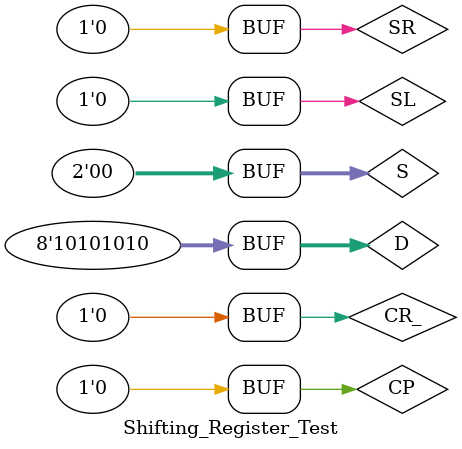
<source format=v>
`timescale 1ns / 1ps


module Shifting_Register_Test;
    reg CR_,CP,SR,SL;
    reg [1:0] S;
    reg [7:0] D;
    wire [7:0] Q;

    Shifting_Register SRT(CR_,CP,SR,SL,S,D,Q);
    initial
    begin
        {CR_,CP,SR,SL,S,D}=14'b00110010101010;
        #50;
        {CR_,CP,SR,SL,S,D}=14'b11110110101010;
        #50;
        {CR_,CP,SR,SL,S,D}=14'b10110110101010;
        #50;
        {CR_,CP,SR,SL,S,D}=14'b11110110101010;
        #50;
        {CR_,CP,SR,SL,S,D}=14'b10111110101010;
        #50;
        {CR_,CP,SR,SL,S,D}=14'b11111110101010;
        #50;
        {CR_,CP,SR,SL,S,D}=14'b10011010101010;
        #50;
        {CR_,CP,SR,SL,S,D}=14'b11011010101010;
        #50;
        {CR_,CP,SR,SL,S,D}=14'b10001010101010;
        #50;
        {CR_,CP,SR,SL,S,D}=14'b11001010101010;
        #50;
        {CR_,CP,SR,SL,S,D}=14'b10000010101010;
        #50;
        {CR_,CP,SR,SL,S,D}=14'b11000010101010;
        #50;
        {CR_,CP,SR,SL,S,D}=14'b10001111100011;
        #50;
        {CR_,CP,SR,SL,S,D}=14'b00000010101010;
        #50;
    end
endmodule

</source>
